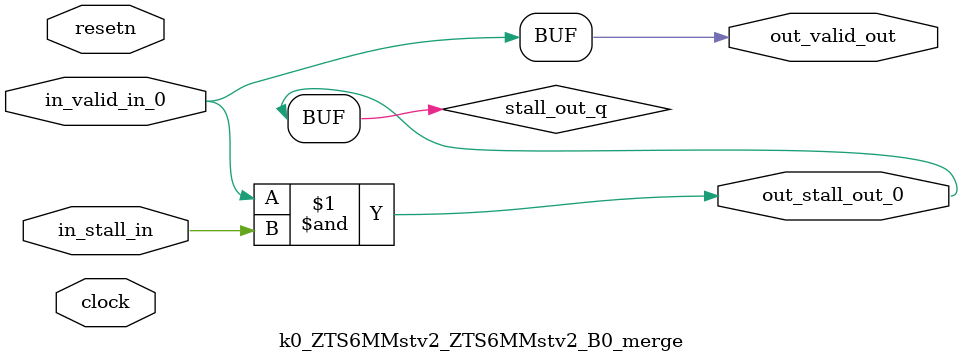
<source format=sv>



(* altera_attribute = "-name AUTO_SHIFT_REGISTER_RECOGNITION OFF; -name MESSAGE_DISABLE 10036; -name MESSAGE_DISABLE 10037; -name MESSAGE_DISABLE 14130; -name MESSAGE_DISABLE 14320; -name MESSAGE_DISABLE 15400; -name MESSAGE_DISABLE 14130; -name MESSAGE_DISABLE 10036; -name MESSAGE_DISABLE 12020; -name MESSAGE_DISABLE 12030; -name MESSAGE_DISABLE 12010; -name MESSAGE_DISABLE 12110; -name MESSAGE_DISABLE 14320; -name MESSAGE_DISABLE 13410; -name MESSAGE_DISABLE 113007; -name MESSAGE_DISABLE 10958" *)
module k0_ZTS6MMstv2_ZTS6MMstv2_B0_merge (
    input wire [0:0] in_stall_in,
    input wire [0:0] in_valid_in_0,
    output wire [0:0] out_stall_out_0,
    output wire [0:0] out_valid_out,
    input wire clock,
    input wire resetn
    );

    wire [0:0] stall_out_q;


    // stall_out(LOGICAL,6)
    assign stall_out_q = in_valid_in_0 & in_stall_in;

    // out_stall_out_0(GPOUT,4)
    assign out_stall_out_0 = stall_out_q;

    // out_valid_out(GPOUT,5)
    assign out_valid_out = in_valid_in_0;

endmodule

</source>
